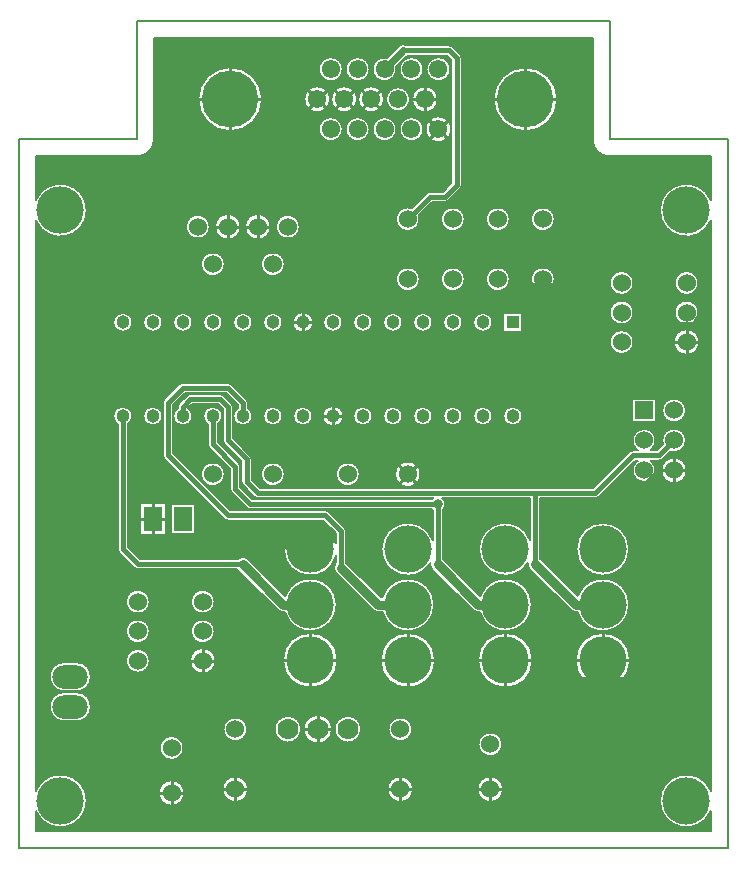
<source format=gbr>
G04 EasyPC Gerber Version 21.0.3 Build 4286 *
G04 #@! TF.Part,Single*
G04 #@! TF.FileFunction,Copper,L4,Bot *
G04 #@! TF.FilePolarity,Positive *
%FSLAX35Y35*%
%MOIN*%
G04 #@! TA.AperFunction,ComponentPad*
%ADD90R,0.06000X0.08000*%
%ADD88R,0.04461X0.04461*%
%ADD110R,0.06000X0.06000*%
G04 #@! TD.AperFunction*
%ADD10C,0.00500*%
%ADD24C,0.00800*%
%ADD11C,0.01000*%
%ADD26C,0.01500*%
%ADD96C,0.02362*%
%ADD111C,0.03100*%
%ADD95C,0.03150*%
G04 #@! TA.AperFunction,ViaPad*
%ADD23C,0.03200*%
G04 #@! TA.AperFunction,ComponentPad*
%ADD89C,0.04461*%
%ADD14C,0.06000*%
%ADD86C,0.06102*%
%ADD92C,0.07000*%
G04 #@! TA.AperFunction,WasherPad*
%ADD85C,0.15748*%
G04 #@! TA.AperFunction,ComponentPad*
%ADD87C,0.18898*%
%ADD91O,0.11811X0.07874*%
X0Y0D02*
D02*
D10*
X230970Y230970D02*
X197250D01*
G75*
G02X191600Y236620J5650*
G01*
Y270341*
X45420*
Y236620*
G75*
G02X39770Y230970I-5650*
G01*
X6050*
Y216430*
G75*
G02X23004Y212998I8130J-3431*
G01*
G75*
G02X6050Y209567I-8824*
G01*
Y19580*
G75*
G02X23004Y16148I8130J-3431*
G01*
G75*
G02X6050Y12717I-8824*
G01*
Y6050*
X230970*
Y12717*
G75*
G02X214017Y16148I-8130J3431*
G01*
G75*
G02X230970Y19580I8824*
G01*
Y209567*
G75*
G02X214017Y212998I-8130J3431*
G01*
G75*
G02X230970Y216430I8824*
G01*
Y230970*
X197306Y169071D02*
G75*
G02X205206I3950D01*
G01*
G75*
G02X197306I-3950*
G01*
X204806Y150207D02*
X212707D01*
Y142306*
X204806*
Y150207*
X214806Y136256D02*
G75*
G02X222706I3950D01*
G01*
G75*
G02X217437Y132533I-3950*
G01*
X214958Y130054*
G75*
G02X213754Y129556I-1202J1202*
G01*
X210927*
G75*
G02X208756Y122306I-2171J-3300*
G01*
G75*
G02X206585Y129556J3950*
G01*
X205711*
X193708Y117554*
G75*
G02X192504Y117056I-1202J1202*
G01*
X174206*
Y96839*
G75*
G02X174274Y96774I-1703J-1832*
G01*
X186666Y84383*
G75*
G02X203830Y81502I8341J-2880*
G01*
G75*
G02X186544Y79002I-8824J0*
G01*
X186013*
G75*
G02X184243Y79735I-2J2500*
G01*
X170739Y93239*
G75*
G02X170039Y95411I1768J1768*
G01*
G75*
G02X153682Y100006I-7533J4595*
G01*
G75*
G02X170806Y103002I8824*
G01*
Y117056*
X141523*
G75*
G02X141706Y113106I-1517J-2050*
G01*
Y96873*
G75*
G02X141792Y96792I-1693J-1869*
G01*
X154175Y84409*
G75*
G02X171330Y81502I8331J-2906*
G01*
G75*
G02X154051Y78978I-8824*
G01*
X153514*
G75*
G02X151725Y79717I-4J2525*
G01*
X138221Y93221*
G75*
G02X137506Y95357I1785J1785*
G01*
G75*
G02X121182Y100006I-7500J4650*
G01*
G75*
G02X138306Y103002I8824*
G01*
Y113106*
G75*
G02X138106Y113306I1701J1902*
G01*
X77509*
G75*
G02X76304Y113804I-2J1700*
G01*
X71304Y118804*
G75*
G02X70806Y120006I1202J1202*
G01*
Y126802*
X63804Y133804*
G75*
G02X63306Y135006I1202J1202*
G01*
Y141693*
G75*
G02X61826Y144380I1700J2688*
G01*
G75*
G02X68187I3180*
G01*
G75*
G02X66706Y141693I-3180*
G01*
Y135711*
X73708Y128708*
G75*
G02X74206Y127506I-1202J-1202*
G01*
Y120711*
X78211Y116706*
X138106*
G75*
G02X138490Y117056I1901J-1701*
G01*
X80009*
G75*
G02X78804Y117554I-2J1700*
G01*
X75054Y121304*
G75*
G02X74556Y122506I1202J1202*
G01*
Y129302*
X68804Y135054*
G75*
G02X68306Y136256I1202J1202*
G01*
Y146802*
X66802Y148306*
X58211*
X56865Y146961*
G75*
G02X58187Y144380I-1859J-2581*
G01*
G75*
G02X51826I-3180*
G01*
G75*
G02X53306Y147068I3180*
G01*
Y147506*
G75*
G02X53804Y148708I1700J0*
G01*
X56304Y151208*
G75*
G02X57509Y151706I1202J-1202*
G01*
X67504*
G75*
G02X68708Y151208I2J-1700*
G01*
X71208Y148708*
G75*
G02X71706Y147506I-1202J-1202*
G01*
Y136961*
X77458Y131208*
G75*
G02X77956Y130006I-1202J-1202*
G01*
Y123211*
X80711Y120456*
X191802*
X203804Y132458*
G75*
G02X205009Y132956I1202J-1202*
G01*
X206585*
G75*
G02X208756Y140206I2171J3300*
G01*
G75*
G02X210927Y132956J-3950*
G01*
X213052*
X215033Y134937*
G75*
G02X214806Y136256I3723J1319*
G01*
X214506Y126256D02*
G75*
G02X223006I4250D01*
G01*
G75*
G02X214506I-4250*
G01*
X186182Y100006D02*
G75*
G02X203830I8824D01*
G01*
G75*
G02X186182I-8824*
G01*
X185882Y62998D02*
G75*
G02X204130I9124D01*
G01*
G75*
G02X185882I-9124*
G01*
X153256Y20006D02*
G75*
G02X161756I4250D01*
G01*
G75*
G02X153256I-4250*
G01*
X153382Y62998D02*
G75*
G02X171630I9124D01*
G01*
G75*
G02X153382I-9124*
G01*
X153556Y35006D02*
G75*
G02X161456I3950D01*
G01*
G75*
G02X153556I-3950*
G01*
X61056Y125006D02*
G75*
G02X68956I3950D01*
G01*
G75*
G02X61056I-3950*
G01*
X197306Y178914D02*
G75*
G02X205206I3950D01*
G01*
G75*
G02X197306I-3950*
G01*
Y188756D02*
G75*
G02X205206I3950D01*
G01*
G75*
G02X197306I-3950*
G01*
X121544Y84002D02*
G75*
G02X138830Y81502I8463J-2500D01*
G01*
G75*
G02X121544Y79002I-8824J0*
G01*
X120009*
G75*
G02X118239Y79735I-2J2500*
G01*
X105985Y91989*
G75*
G02X106052Y95589I1768J1768*
G01*
Y97809*
G75*
G02X88682Y100006I-8546J2197*
G01*
G75*
G02X106052Y102204I8824*
G01*
Y105306*
X101802Y109556*
X70009*
G75*
G02X68804Y110054I-2J1700*
G01*
X48804Y130054*
G75*
G02X48306Y131256I1202J1202*
G01*
Y148756*
G75*
G02X48804Y149958I1700J0*
G01*
X53804Y154958*
G75*
G02X55009Y155456I1202J-1202*
G01*
X70004*
G75*
G02X71208Y154958I2J-1700*
G01*
X76208Y149958*
G75*
G02X76706Y148756I-1202J-1202*
G01*
Y147068*
G75*
G02X78187Y144380I-1700J-2688*
G01*
G75*
G02X71826I-3180*
G01*
G75*
G02X73306Y147068I3180*
G01*
Y148052*
X69302Y152056*
X55711*
X51706Y148052*
Y131961*
X70711Y112956*
X102504*
G75*
G02X103708Y112458I2J-1700*
G01*
X108954Y107212*
G75*
G02X109452Y106010I-1202J-1202*
G01*
Y95589*
G75*
G02X109520Y95524I-1703J-1832*
G01*
X121042Y84002*
X121544*
X120882Y62998D02*
G75*
G02X139130I9124D01*
G01*
G75*
G02X120882I-9124*
G01*
X123256Y20006D02*
G75*
G02X131756I4250D01*
G01*
G75*
G02X123256I-4250*
G01*
X123556Y40006D02*
G75*
G02X131456I3950D01*
G01*
G75*
G02X123556I-3950*
G01*
X51057Y114955D02*
X58955D01*
Y105057*
X51057*
Y114955*
X51826Y175632D02*
G75*
G02X58187I3180D01*
G01*
G75*
G02X51826I-3180*
G01*
X56056Y207506D02*
G75*
G02X63956I3950D01*
G01*
G75*
G02X56056I-3950*
G01*
X61056Y195006D02*
G75*
G02X68956I3950D01*
G01*
G75*
G02X61056I-3950*
G01*
X61826Y175632D02*
G75*
G02X68187I3180D01*
G01*
G75*
G02X61826I-3180*
G01*
X70794Y260705D02*
G75*
G02X81493Y250006J-10699D01*
G01*
G75*
G02X70794Y239307I-10699*
G01*
G75*
G02X60095Y250006J10699*
G01*
G75*
G02X70794Y260705I10699*
G01*
X75756Y207506D02*
G75*
G02X84256I4250D01*
G01*
G75*
G02X75756I-4250*
G01*
X81056Y125006D02*
G75*
G02X88956I3950D01*
G01*
G75*
G02X81056I-3950*
G01*
Y195006D02*
G75*
G02X88956I3950D01*
G01*
G75*
G02X81056I-3950*
G01*
X81826Y144380D02*
G75*
G02X88187I3180D01*
G01*
G75*
G02X81826I-3180*
G01*
Y175632D02*
G75*
G02X88187I3180D01*
G01*
G75*
G02X81826I-3180*
G01*
X65756Y207506D02*
G75*
G02X74256I4250D01*
G01*
G75*
G02X65756I-4250*
G01*
X71826Y175632D02*
G75*
G02X78187I3180D01*
G01*
G75*
G02X71826I-3180*
G01*
X86056Y207506D02*
G75*
G02X93956I3950D01*
G01*
G75*
G02X86056I-3950*
G01*
X91526Y175632D02*
G75*
G02X98487I3480D01*
G01*
G75*
G02X91526I-3480*
G01*
X91826Y144380D02*
G75*
G02X98187I3180D01*
G01*
G75*
G02X91826I-3180*
G01*
X95508Y250006D02*
G75*
G02X104111I4301D01*
G01*
G75*
G02X95508I-4301*
G01*
X104298Y244007D02*
G75*
G02X108299Y240006J-4001D01*
G01*
G75*
G02X104298Y236005I-4001*
G01*
G75*
G02X100296Y240006J4001*
G01*
G75*
G02X104298Y244007I4001*
G01*
X101526Y144380D02*
G75*
G02X108487I3480D01*
G01*
G75*
G02X101526I-3480*
G01*
X106056Y125006D02*
G75*
G02X113956I3950D01*
G01*
G75*
G02X106056I-3950*
G01*
X101826Y175632D02*
G75*
G02X108187I3180D01*
G01*
G75*
G02X101826I-3180*
G01*
X104298Y264007D02*
G75*
G02Y256005J-4001D01*
G01*
G75*
G02X100296Y260006J4001*
G01*
G75*
G02X104298Y264007I4001*
G01*
X104485Y250006D02*
G75*
G02X113087I4301D01*
G01*
G75*
G02X104485I-4301*
G01*
X113274Y244007D02*
G75*
G02X117275Y240006J-4001D01*
G01*
G75*
G02X113274Y236005I-4001*
G01*
G75*
G02X109273Y240006J4001*
G01*
G75*
G02X113274Y244007I4001*
G01*
X111826Y144380D02*
G75*
G02X118187I3180D01*
G01*
G75*
G02X111826I-3180*
G01*
Y175632D02*
G75*
G02X118187I3180D01*
G01*
G75*
G02X111826I-3180*
G01*
X113274Y264007D02*
G75*
G02Y256005J-4001D01*
G01*
G75*
G02X109273Y260006J4001*
G01*
G75*
G02X113274Y264007I4001*
G01*
X113461Y250006D02*
G75*
G02X122063I4301D01*
G01*
G75*
G02X113461I-4301*
G01*
X122250Y244007D02*
G75*
G02X126252Y240006J-4001D01*
G01*
G75*
G02X122250Y236005I-4001*
G01*
G75*
G02X118249Y240006J4001*
G01*
G75*
G02X122250Y244007I4001*
G01*
X126056Y190006D02*
G75*
G02X133956I3950D01*
G01*
G75*
G02X126056I-3950*
G01*
X131826Y144380D02*
G75*
G02X138187I3180D01*
G01*
G75*
G02X131826I-3180*
G01*
Y175632D02*
G75*
G02X138187I3180D01*
G01*
G75*
G02X131826I-3180*
G01*
X147458Y264958D02*
G75*
G02X147956Y263756I-1202J-1202D01*
G01*
Y221256*
G75*
G02X147458Y220054I-1700J0*
G01*
X143708Y216304*
G75*
G02X142504Y215806I-1202J1202*
G01*
X138211*
X133730Y211325*
G75*
G02X130006Y206056I-3723J-1319*
G01*
G75*
G02Y213956J3950*
G01*
G75*
G02X131325Y213730J-3950*
G01*
X136304Y218708*
G75*
G02X137509Y219206I1202J-1202*
G01*
X141802*
X144556Y221961*
Y263052*
X143052Y264556*
X129814*
X126152Y260894*
G75*
G02X122250Y256005I-3902J-888*
G01*
G75*
G02X118249Y260006J4001*
G01*
G75*
G02X123138Y263908I4002J-1*
G01*
X126993Y267763*
G75*
G02X129785Y267956I1507J-1507*
G01*
X143754*
G75*
G02X144958Y267458I2J-1700*
G01*
X147458Y264958*
X140203Y264007D02*
G75*
G02Y256005J-4001D01*
G01*
G75*
G02X136202Y260006J4001*
G01*
G75*
G02X140203Y264007I4001*
G01*
X131227D02*
G75*
G02Y256005J-4001D01*
G01*
G75*
G02X127226Y260006J4001*
G01*
G75*
G02X131227Y264007I4001*
G01*
X131414Y250006D02*
G75*
G02X140016I4301D01*
G01*
G75*
G02X131414I-4301*
G01*
X135902Y240006D02*
G75*
G02X144504I4301D01*
G01*
G75*
G02X135902I-4301*
G01*
X126739Y254007D02*
G75*
G02X130740Y250006J-4001D01*
G01*
G75*
G02X126739Y246005I-4001*
G01*
G75*
G02X122737Y250006J4001*
G01*
G75*
G02X126739Y254007I4001*
G01*
X131227Y244007D02*
G75*
G02X135228Y240006J-4001D01*
G01*
G75*
G02X131227Y236005I-4001*
G01*
G75*
G02X127226Y240006J4001*
G01*
G75*
G02X131227Y244007I4001*
G01*
X141056Y190006D02*
G75*
G02X148956I3950D01*
G01*
G75*
G02X141056I-3950*
G01*
X141826Y144380D02*
G75*
G02X148187I3180D01*
G01*
G75*
G02X141826I-3180*
G01*
Y175632D02*
G75*
G02X148187I3180D01*
G01*
G75*
G02X141826I-3180*
G01*
X141056Y210006D02*
G75*
G02X148956I3950D01*
G01*
G75*
G02X141056I-3950*
G01*
X121826Y144380D02*
G75*
G02X128187I3180D01*
G01*
G75*
G02X121826I-3180*
G01*
X125756Y125006D02*
G75*
G02X134256I4250D01*
G01*
G75*
G02X125756I-4250*
G01*
X121826Y175632D02*
G75*
G02X128187I3180D01*
G01*
G75*
G02X121826I-3180*
G01*
X151826Y144380D02*
G75*
G02X158187I3180D01*
G01*
G75*
G02X151826I-3180*
G01*
Y175632D02*
G75*
G02X158187I3180D01*
G01*
G75*
G02X151826I-3180*
G01*
X156056Y190006D02*
G75*
G02X163956I3950D01*
G01*
G75*
G02X156056I-3950*
G01*
X161825Y178813D02*
X168187D01*
Y172451*
X161825*
Y178813*
X161826Y144380D02*
G75*
G02X168187I3180D01*
G01*
G75*
G02X161826I-3180*
G01*
X156056Y210006D02*
G75*
G02X163956I3950D01*
G01*
G75*
G02X156056I-3950*
G01*
X169219Y260705D02*
G75*
G02X179918Y250006J-10699D01*
G01*
G75*
G02X169219Y239307I-10699*
G01*
G75*
G02X158520Y250006J10699*
G01*
G75*
G02X169219Y260705I10699*
G01*
X171056Y190006D02*
G75*
G02X178956I3950D01*
G01*
G75*
G02X171056I-3950*
G01*
Y210006D02*
G75*
G02X178956I3950D01*
G01*
G75*
G02X171056I-3950*
G01*
X40756Y115256D02*
X49256D01*
Y104756*
X40756*
Y115256*
X41826Y144380D02*
G75*
G02X48187I3180D01*
G01*
G75*
G02X41826I-3180*
G01*
Y175632D02*
G75*
G02X48187I3180D01*
G01*
G75*
G02X41826I-3180*
G01*
X89175Y84409D02*
G75*
G02X106330Y81502I8331J-2906D01*
G01*
G75*
G02X89051Y78978I-8824*
G01*
X88514*
G75*
G02X86725Y79717I-4J2525*
G01*
X73221Y93221*
G75*
G02X73140Y93306I1788J1779*
G01*
X40009*
G75*
G02X38804Y93804I-2J1700*
G01*
X33804Y98804*
G75*
G02X33306Y100006I1202J1202*
G01*
Y141693*
G75*
G02X31826Y144380I1700J2688*
G01*
G75*
G02X38187I3180*
G01*
G75*
G02X36706Y141693I-3180*
G01*
Y100711*
X40711Y96706*
X73140*
G75*
G02X76792Y96792I1867J-1700*
G01*
X89175Y84409*
X88382Y62998D02*
G75*
G02X106630I9124D01*
G01*
G75*
G02X88382I-9124*
G01*
X110006Y44456D02*
G75*
G02X114456Y40006J-4450D01*
G01*
G75*
G02X110006Y35556I-4450*
G01*
G75*
G02X105556Y40006J4450*
G01*
G75*
G02X110006Y44456I4450*
G01*
X95256Y40006D02*
G75*
G02X104756I4750D01*
G01*
G75*
G02X95256I-4750*
G01*
X90006Y44456D02*
G75*
G02X94456Y40006J-4450D01*
G01*
G75*
G02X90006Y35556I-4450*
G01*
G75*
G02X85556Y40006J4450*
G01*
G75*
G02X90006Y44456I4450*
G01*
X47006Y18756D02*
G75*
G02X55506I4250D01*
G01*
G75*
G02X47006I-4250*
G01*
X47306Y33756D02*
G75*
G02X55206I3950D01*
G01*
G75*
G02X47306I-3950*
G01*
X57410Y62821D02*
G75*
G02X65910I4250D01*
G01*
G75*
G02X57410I-4250*
G01*
X57710Y72664D02*
G75*
G02X65610I3950D01*
G01*
G75*
G02X57710I-3950*
G01*
Y82506D02*
G75*
G02X65610I3950D01*
G01*
G75*
G02X57710I-3950*
G01*
X68256Y20006D02*
G75*
G02X76756I4250D01*
G01*
G75*
G02X68256I-4250*
G01*
X68556Y40006D02*
G75*
G02X76456I3950D01*
G01*
G75*
G02X68556I-3950*
G01*
X36056Y62821D02*
G75*
G02X43956I3950D01*
G01*
G75*
G02X36056I-3950*
G01*
Y72664D02*
G75*
G02X43956I3950D01*
G01*
G75*
G02X36056I-3950*
G01*
Y82506D02*
G75*
G02X43956I3950D01*
G01*
G75*
G02X36056I-3950*
G01*
X31826Y175632D02*
G75*
G02X38187I3180D01*
G01*
G75*
G02X31826I-3180*
G01*
X19475Y52392D02*
G75*
G02Y42620J-4886D01*
G01*
X15538*
G75*
G02Y52392J4886*
G01*
X19475*
Y62392D02*
G75*
G02Y52620J-4886D01*
G01*
X15538*
G75*
G02Y62392J4886*
G01*
X19475*
X214806Y146256D02*
G75*
G02X222706I3950D01*
G01*
G75*
G02X214806I-3950*
G01*
X218660Y169071D02*
G75*
G02X227160I4250D01*
G01*
G75*
G02X218660I-4250*
G01*
X218960Y178914D02*
G75*
G02X226860I3950D01*
G01*
G75*
G02X218960I-3950*
G01*
Y188756D02*
G75*
G02X226860I3950D01*
G01*
G75*
G02X218960I-3950*
G01*
X214905Y20006D02*
G36*
X161756D01*
G75*
G02X153256I-4250*
G01*
X131756*
G75*
G02X123256I-4250*
G01*
X76756*
G75*
G02X68256I-4250*
G01*
X55319*
G75*
G02X55506Y18756I-4062J-1249*
G01*
G75*
G02X47006I-4250*
G01*
G75*
G02X47194Y20006I4250J1*
G01*
X22115*
G75*
G02X23004Y16148I-7936J-3858*
G01*
G75*
G02X6300Y12176I-8824*
G01*
Y6300*
X230720*
Y12176*
G75*
G02X214017Y16148I-7880J3972*
G01*
G75*
G02X214905Y20006I8824*
G01*
G37*
X230720Y20120D02*
G36*
Y35006D01*
X161456*
G75*
G02X153556I-3950*
G01*
X55003*
G75*
G02X55206Y33756I-3747J-1250*
G01*
G75*
G02X47306I-3950*
G01*
G75*
G02X47509Y35006I3950J0*
G01*
X6300*
Y20120*
G75*
G02X22115Y20006I7880J-3972*
G01*
X47194*
G75*
G02X55319I4062J-1250*
G01*
X68256*
G75*
G02X76756I4250*
G01*
X123256*
G75*
G02X131756I4250*
G01*
X153256*
G75*
G02X161756I4250*
G01*
X214905*
G75*
G02X230720Y20120I7936J-3858*
G01*
G37*
X6300Y40006D02*
G36*
Y35006D01*
X47509*
G75*
G02X55003I3747J-1250*
G01*
X153556*
G75*
G02X161456I3950*
G01*
X230720*
Y40006*
X131456*
G75*
G02X123556I-3950*
G01*
X114456*
G75*
G02X110006Y35556I-4450*
G01*
G75*
G02X105556Y40006J4450*
G01*
X104756*
G75*
G02X95256I-4750*
G01*
X94456*
G75*
G02X90006Y35556I-4450*
G01*
G75*
G02X85556Y40006J4450*
G01*
X76456*
G75*
G02X68556I-3950*
G01*
X6300*
G37*
Y47506D02*
G36*
Y40006D01*
X68556*
G75*
G02X76456I3950*
G01*
X85556*
G75*
G02X90006Y44456I4450*
G01*
G75*
G02X94456Y40006J-4450*
G01*
X95256*
G75*
G02X104756I4750*
G01*
X105556*
G75*
G02X110006Y44456I4450*
G01*
G75*
G02X114456Y40006J-4450*
G01*
X123556*
G75*
G02X131456I3950*
G01*
X230720*
Y47506*
X24361*
G75*
G02X19475Y42620I-4886*
G01*
X15538*
G75*
G02X10652Y47506J4886*
G01*
X6300*
G37*
X202292Y57506D02*
G36*
G75*
G02X187720I-7286J5492D01*
G01*
X169792*
G75*
G02X155220I-7286J5492*
G01*
X137292*
G75*
G02X122720I-7286J5492*
G01*
X104792*
G75*
G02X90220I-7286J5492*
G01*
X24361*
G75*
G02X19475Y52620I-4886*
G01*
X15538*
G75*
G02X10652Y57506J4886*
G01*
X6300*
Y47506*
X10652*
G75*
G02X15538Y52392I4886*
G01*
X19475*
G75*
G02X24361Y47506J-4886*
G01*
X230720*
Y57506*
X202292*
G37*
X88382Y62998D02*
G36*
X65906D01*
G75*
G02X65910Y62821I-4246J-174*
G01*
G75*
G02X57410I-4250*
G01*
G75*
G02X57413Y62998I4250J4*
G01*
X43952*
G75*
G02X43956Y62821I-3947J-176*
G01*
G75*
G02X36056I-3950*
G01*
G75*
G02X36060Y62998I3951J1*
G01*
X6300*
Y57506*
X10652*
G75*
G02X15538Y62392I4886*
G01*
X19475*
G75*
G02X24361Y57506J-4886*
G01*
X90220*
G75*
G02X88382Y62998I7286J5492*
G01*
G37*
X120882D02*
G36*
X106630D01*
G75*
G02X104792Y57506I-9124*
G01*
X122720*
G75*
G02X120882Y62998I7286J5492*
G01*
G37*
X153382D02*
G36*
X139130D01*
G75*
G02X137292Y57506I-9124*
G01*
X155220*
G75*
G02X153382Y62998I7286J5492*
G01*
G37*
X185882D02*
G36*
X171630D01*
G75*
G02X169792Y57506I-9124*
G01*
X187720*
G75*
G02X185882Y62998I7286J5492*
G01*
G37*
X204130D02*
G36*
G75*
G02X202292Y57506I-9124D01*
G01*
X230720*
Y62998*
X204130*
G37*
X6300Y72664D02*
G36*
Y62998D01*
X36060*
G75*
G02X43952I3946J-177*
G01*
X57413*
G75*
G02X65906I4246J-177*
G01*
X88382*
G75*
G02X106630I9124*
G01*
X120882*
G75*
G02X139130I9124*
G01*
X153382*
G75*
G02X171630I9124*
G01*
X185882*
G75*
G02X204130I9124*
G01*
X230720*
Y72664*
X65610*
G75*
G02X57710I-3950*
G01*
X43956*
G75*
G02X36056I-3950*
G01*
X6300*
G37*
X203773Y82506D02*
G36*
G75*
G02X203830Y81502I-8768J-1006D01*
G01*
G75*
G02X186544Y79002I-8824J0*
G01*
X186013*
G75*
G02X184243Y79735I-3J2499*
G01*
X181471Y82506*
X171273*
G75*
G02X171330Y81502I-8768J-1006*
G01*
G75*
G02X154051Y78978I-8824J0*
G01*
X153514*
G75*
G02X151725Y79717I-4J2524*
G01*
X148935Y82506*
X138773*
G75*
G02X138830Y81502I-8768J-1006*
G01*
G75*
G02X121544Y79002I-8824J0*
G01*
X120009*
G75*
G02X118239Y79735I-3J2499*
G01*
X115467Y82506*
X106273*
G75*
G02X106330Y81502I-8768J-1006*
G01*
G75*
G02X89051Y78978I-8824J0*
G01*
X88514*
G75*
G02X86725Y79717I-4J2524*
G01*
X83935Y82506*
X65610*
G75*
G02X57710I-3950*
G01*
X43956*
G75*
G02X36056I-3950*
G01*
X6300*
Y72664*
X36056*
G75*
G02X43956I3950*
G01*
X57710*
G75*
G02X65610I3950*
G01*
X230720*
Y82506*
X203773*
G37*
X83935D02*
G36*
X73221Y93221D01*
G75*
G02X73140Y93306I1777J1768*
G01*
X40009*
G75*
G02X38804Y93804I-2J1700*
G01*
X33804Y98804*
G75*
G02X33306Y100006I1203J1203*
G01*
X6300*
Y82506*
X36056*
G75*
G02X43956I3950*
G01*
X57710*
G75*
G02X65610I3950*
G01*
X83935*
G37*
X115467D02*
G36*
X105985Y91989D01*
G75*
G02X105252Y93756I1767J1768*
G01*
G75*
G02X106052Y95589I2500*
G01*
Y97809*
G75*
G02X88682Y100006I-8546J2197*
G01*
X37411*
X40711Y96706*
X73140*
G75*
G02X76792Y96792I1867J-1700*
G01*
X89175Y84409*
G75*
G02X106273Y82506I8331J-2906*
G01*
X115467*
G37*
X148935D02*
G36*
X138221Y93221D01*
G75*
G02X137481Y95006I1784J1785*
G01*
G75*
G02X137506Y95357I2524J1*
G01*
G75*
G02X121182Y100006I-7500J4649*
G01*
Y100006*
X109452*
Y95589*
G75*
G02X109520Y95524I-1347J-1463*
G01*
X121042Y84002*
X121544*
G75*
G02X138773Y82506I8463J-2500*
G01*
X148935*
G37*
X181471D02*
G36*
X170739Y93239D01*
G75*
G02X170006Y95007I1769J1768*
G01*
G75*
G02X170039Y95411I2500J-1*
G01*
G75*
G02X153682Y100006I-7533J4595*
G01*
X141706*
Y96873*
G75*
G02X141792Y96792I-1683J-1858*
G01*
X154175Y84409*
G75*
G02X171273Y82506I8331J-2906*
G01*
X181471*
G37*
X203773D02*
G36*
X230720D01*
Y100006*
X203830*
G75*
G02X186182I-8824*
G01*
X174206*
Y96839*
G75*
G02X174274Y96774I-1347J-1463*
G01*
X186666Y84383*
G75*
G02X203773Y82506I8341J-2880*
G01*
G37*
X33306Y100006D02*
G36*
Y110006D01*
X6300*
Y100006*
X33306*
G37*
X88682D02*
G36*
G75*
G02X106052Y102204I8824D01*
G01*
Y105306*
X101802Y109556*
X70009*
G75*
G02X68854Y110006I-2J1700*
G01*
X58955*
Y105057*
X51057*
Y110006*
X49256*
Y104756*
X40756*
Y110006*
X36706*
Y100711*
X37411Y100006*
X88682*
G37*
X138306Y110006D02*
G36*
X106160D01*
X108954Y107212*
G75*
G02X109452Y106010I-1203J-1203*
G01*
Y100006*
X121182*
G75*
G02X138306Y103002I8824*
G01*
Y110006*
G37*
X170806D02*
G36*
X141706D01*
Y100006*
X153682*
G75*
G02X170806Y103002I8824*
G01*
Y110006*
G37*
X174206D02*
G36*
Y100006D01*
X186182*
G75*
G02X203830I8824*
G01*
X230720*
Y110006*
X174206*
G37*
X33306Y126256D02*
G36*
X6300D01*
Y110006*
X33306*
Y126256*
G37*
X68854Y110006D02*
G36*
G75*
G02X68804Y110054I1152J1250D01*
G01*
X52602Y126256*
X36706*
Y110006*
X40756*
Y115256*
X49256*
Y110006*
X51057*
Y114955*
X58955*
Y110006*
X68854*
G37*
X74556Y126256D02*
G36*
X74206D01*
Y120711*
X78211Y116706*
X138106*
G75*
G02X138490Y117056I1907J-1707*
G01*
X80009*
G75*
G02X78804Y117554I-2J1700*
G01*
X75054Y121304*
G75*
G02X74556Y122506I1203J1203*
G01*
Y126256*
G37*
X138306Y110006D02*
G36*
Y113106D01*
G75*
G02X138106Y113306I1727J1928*
G01*
X77509*
G75*
G02X76304Y113804I-2J1700*
G01*
X71304Y118804*
G75*
G02X70806Y120006I1203J1203*
G01*
Y126256*
X68753*
G75*
G02X68956Y125006I-3747J-1250*
G01*
G75*
G02X61056I-3950*
G01*
G75*
G02X61259Y126256I3950J0*
G01*
X57411*
X70711Y112956*
X102504*
G75*
G02X103708Y112458I2J-1700*
G01*
X106160Y110006*
X138306*
G37*
X197602Y126256D02*
G36*
X134069D01*
G75*
G02X134256Y125006I-4062J-1249*
G01*
G75*
G02X125756I-4250*
G01*
G75*
G02X125944Y126256I4250J1*
G01*
X113753*
G75*
G02X113956Y125006I-3747J-1250*
G01*
G75*
G02X106056I-3950*
G01*
G75*
G02X106259Y126256I3950J0*
G01*
X88753*
G75*
G02X88956Y125006I-3747J-1250*
G01*
G75*
G02X81056I-3950*
G01*
G75*
G02X81259Y126256I3950J0*
G01*
X77956*
Y123211*
X80711Y120456*
X191802*
X197602Y126256*
G37*
X170806Y110006D02*
G36*
Y117056D01*
X141523*
G75*
G02X142556Y115006I-1517J-2050*
G01*
G75*
G02X141706Y113106I-2550*
G01*
Y110006*
X170806*
G37*
X212706Y126256D02*
G36*
G75*
G02X208756Y122306I-3950D01*
G01*
G75*
G02X204806Y126256J3950*
G01*
X202411*
X193708Y117554*
G75*
G02X192504Y117056I-1202J1202*
G01*
X174206*
Y110006*
X230720*
Y126256*
X223006*
G75*
G02X214506I-4250*
G01*
X212706*
G37*
X32438Y146256D02*
G36*
X6300D01*
Y126256*
X33306*
Y141693*
G75*
G02X31826Y144380I1699J2687*
G01*
Y144380*
G75*
G02X32438Y146256I3180*
G01*
G37*
X52602Y126256D02*
G36*
X48804Y130054D01*
G75*
G02X48306Y131256I1203J1203*
G01*
Y146256*
X47574*
G75*
G02X48187Y144380I-2568J-1876*
G01*
G75*
G02X41826I-3180*
G01*
G75*
G02X42438Y146256I3180*
G01*
X37574*
G75*
G02X38187Y144380I-2568J-1876*
G01*
Y144380*
G75*
G02X36706Y141693I-3180*
G01*
Y126256*
X52602*
G37*
X70806D02*
G36*
Y126802D01*
X63804Y133804*
G75*
G02X63306Y135006I1203J1203*
G01*
Y141693*
G75*
G02X61826Y144380I1699J2687*
G01*
Y144380*
G75*
G02X62438Y146256I3180*
G01*
X57574*
G75*
G02X58187Y144380I-2569J-1876*
G01*
G75*
G02X51826I-3180*
G01*
Y144381*
G75*
G02X52438Y146256I3180*
G01*
X51706*
Y131961*
X57411Y126256*
X61259*
G75*
G02X68753I3747J-1250*
G01*
X70806*
G37*
X74556D02*
G36*
Y129302D01*
X68804Y135054*
G75*
G02X68306Y136256I1203J1203*
G01*
Y146256*
X67574*
G75*
G02X68187Y144380I-2568J-1876*
G01*
Y144380*
G75*
G02X66706Y141693I-3180*
G01*
Y135711*
X73708Y128708*
G75*
G02X74206Y127506I-1203J-1203*
G01*
Y126256*
X74556*
G37*
X212707Y146256D02*
G36*
Y142306D01*
X204806*
Y146256*
X167574*
G75*
G02X168187Y144380I-2568J-1876*
G01*
G75*
G02X161826I-3180*
G01*
G75*
G02X162438Y146256I3180*
G01*
X157574*
G75*
G02X158187Y144380I-2568J-1876*
G01*
G75*
G02X151826I-3180*
G01*
G75*
G02X152438Y146256I3180*
G01*
X147574*
G75*
G02X148187Y144380I-2568J-1876*
G01*
G75*
G02X141826I-3180*
G01*
G75*
G02X142438Y146256I3180*
G01*
X137574*
G75*
G02X138187Y144380I-2568J-1876*
G01*
G75*
G02X131826I-3180*
G01*
G75*
G02X132438Y146256I3180*
G01*
X127574*
G75*
G02X128187Y144380I-2568J-1876*
G01*
G75*
G02X121826I-3180*
G01*
G75*
G02X122438Y146256I3180*
G01*
X117574*
G75*
G02X118187Y144380I-2568J-1876*
G01*
G75*
G02X111826I-3180*
G01*
G75*
G02X112438Y146256I3180*
G01*
X107938*
G75*
G02X108487Y144380I-2931J-1876*
G01*
G75*
G02X101526I-3480*
G01*
G75*
G02X102075Y146256I3480*
G01*
X97574*
G75*
G02X98187Y144380I-2568J-1876*
G01*
G75*
G02X91826I-3180*
G01*
G75*
G02X92438Y146256I3180*
G01*
X87574*
G75*
G02X88187Y144380I-2568J-1876*
G01*
G75*
G02X81826I-3180*
G01*
G75*
G02X82438Y146256I3180*
G01*
X77574*
G75*
G02X78187Y144381I-2567J-1876*
G01*
Y144380*
G75*
G02X71826I-3180*
G01*
Y144381*
G75*
G02X72438Y146256I3180*
G01*
X71706*
Y136961*
X77458Y131208*
G75*
G02X77956Y130006I-1203J-1203*
G01*
Y126256*
X81259*
G75*
G02X88753I3747J-1250*
G01*
X106259*
G75*
G02X113753I3747J-1250*
G01*
X125944*
G75*
G02X134069I4062J-1250*
G01*
X197602*
X203804Y132458*
G75*
G02X205009Y132956I1202J-1202*
G01*
X206585*
G75*
G02X204806Y136256I2171J3300*
G01*
G75*
G02X208756Y140206I3950*
G01*
G75*
G02X212706Y136256J-3950*
G01*
G75*
G02X210927Y132956I-3950*
G01*
X213052*
X215033Y134937*
G75*
G02X214806Y136256I3719J1319*
G01*
Y136256*
G75*
G02X222706I3950*
G01*
Y136256*
G75*
G02X217437Y132533I-3950*
G01*
X214958Y130054*
G75*
G02X213754Y129556I-1202J1202*
G01*
X210927*
G75*
G02X212706Y126256I-2171J-3300*
G01*
X214506*
G75*
G02X223006I4250*
G01*
X230720*
Y146256*
X222706*
G75*
G02X214806I-3950*
G01*
X212707*
G37*
X204806Y126256D02*
G36*
G75*
G02X206585Y129556I3950D01*
G01*
X205711*
X202411Y126256*
X204806*
G37*
X77574Y146256D02*
G36*
X82438D01*
G75*
G02X87574I2568J-1876*
G01*
X92438*
G75*
G02X97574I2568J-1876*
G01*
X102075*
G75*
G02X107938I2931J-1876*
G01*
X112438*
G75*
G02X117574I2568J-1876*
G01*
X122438*
G75*
G02X127574I2568J-1876*
G01*
X132438*
G75*
G02X137574I2568J-1876*
G01*
X142438*
G75*
G02X147574I2568J-1876*
G01*
X152438*
G75*
G02X157574I2568J-1876*
G01*
X162438*
G75*
G02X167574I2568J-1876*
G01*
X204806*
Y150207*
X212707*
Y146256*
X214806*
G75*
G02X222706I3950*
G01*
X230720*
Y169071*
X227160*
G75*
G02X218660I-4250*
G01*
X205206*
G75*
G02X197306I-3950*
G01*
X6300*
Y146256*
X32438*
G75*
G02X37574I2568J-1876*
G01*
X42438*
G75*
G02X47574I2568J-1876*
G01*
X48306*
Y148756*
G75*
G02X48804Y149958I1701J-1*
G01*
X53804Y154958*
G75*
G02X55009Y155456I1202J-1202*
G01*
X70004*
G75*
G02X71208Y154958I2J-1700*
G01*
X76208Y149958*
G75*
G02X76706Y148756I-1203J-1203*
G01*
Y147068*
G75*
G02X77574Y146256I-1700J-2687*
G01*
G37*
X68306D02*
G36*
Y146802D01*
X66802Y148306*
X58211*
X56865Y146961*
G75*
G02X57574Y146256I-1859J-2581*
G01*
X62438*
G75*
G02X67574I2568J-1876*
G01*
X68306*
G37*
X72438D02*
G36*
G75*
G02X73306Y147068I2568J-1876D01*
G01*
Y148052*
X69302Y152056*
X55711*
X51706Y148052*
Y146256*
X52438*
G75*
G02X53306Y147068I2568J-1876*
G01*
Y147506*
G75*
G02X53804Y148708I1701J-1*
G01*
X56304Y151208*
G75*
G02X57509Y151706I1202J-1202*
G01*
X67504*
G75*
G02X68708Y151208I2J-1700*
G01*
X71208Y148708*
G75*
G02X71706Y147506I-1203J-1203*
G01*
Y146256*
X72438*
G37*
X225109Y175632D02*
G36*
G75*
G02X220711I-2199J3282D01*
G01*
X203455*
G75*
G02X199057I-2199J3282*
G01*
X168187*
Y172451*
X161825*
Y175632*
X158187*
G75*
G02X151826I-3180*
G01*
X148187*
G75*
G02X141826I-3180*
G01*
X138187*
G75*
G02X131826I-3180*
G01*
X128187*
G75*
G02X121826I-3180*
G01*
X118187*
G75*
G02X111826I-3180*
G01*
X108187*
G75*
G02X101826I-3180*
G01*
X98487*
G75*
G02X91526I-3480*
G01*
X88187*
G75*
G02X81826I-3180*
G01*
X78187*
G75*
G02X71826I-3180*
G01*
X68187*
G75*
G02X61826I-3180*
G01*
X58187*
G75*
G02X51826I-3180*
G01*
X48187*
G75*
G02X41826I-3180*
G01*
X38187*
G75*
G02X31826I-3180*
G01*
X6300*
Y169071*
X197306*
G75*
G02X205206I3950*
G01*
X218660*
G75*
G02X227160I4250*
G01*
X230720*
Y175632*
X225109*
G37*
X91526D02*
G36*
G75*
G02X93847Y178914I3480D01*
G01*
X6300*
Y175632*
X31826*
G75*
G02X38187I3180*
G01*
X41826*
G75*
G02X48187I3180*
G01*
X51826*
G75*
G02X58187I3180*
G01*
X61826*
G75*
G02X68187I3180*
G01*
X71826*
G75*
G02X78187I3180*
G01*
X81826*
G75*
G02X88187I3180*
G01*
X91526*
G37*
X197306Y178914D02*
G36*
X96166D01*
G75*
G02X98487Y175632I-1159J-3281*
G01*
X101826*
G75*
G02X108187I3180*
G01*
X111826*
G75*
G02X118187I3180*
G01*
X121826*
G75*
G02X128187I3180*
G01*
X131826*
G75*
G02X138187I3180*
G01*
X141826*
G75*
G02X148187I3180*
G01*
X151826*
G75*
G02X158187I3180*
G01*
X161825*
Y178813*
X168187*
Y175632*
X199057*
G75*
G02X197306Y178914I2199J3281*
G01*
G37*
X218960D02*
G36*
X205206D01*
G75*
G02X203455Y175632I-3950*
G01*
X220711*
G75*
G02X218960Y178914I2199J3281*
G01*
G37*
X226860D02*
G36*
G75*
G02X225109Y175632I-3950D01*
G01*
X230720*
Y178914*
X226860*
G37*
X178753Y188756D02*
G36*
G75*
G02X171259I-3747J1250D01*
G01*
X163753*
G75*
G02X156259I-3747J1250*
G01*
X148753*
G75*
G02X141259I-3747J1250*
G01*
X133753*
G75*
G02X126259I-3747J1250*
G01*
X6300*
Y178914*
X93847*
G75*
G02X96166I1159J-3281*
G01*
X197306*
G75*
G02X205206I3950*
G01*
X218960*
G75*
G02X226860I3950*
G01*
X230720*
Y188756*
X226860*
G75*
G02X218960I-3950*
G01*
X205206*
G75*
G02X197306I-3950*
G01*
X178753*
G37*
X6300Y195006D02*
G36*
Y188756D01*
X126259*
G75*
G02X126056Y190006I3747J1250*
G01*
G75*
G02X133956I3950*
G01*
G75*
G02X133753Y188756I-3950J0*
G01*
X141259*
G75*
G02X141056Y190006I3747J1250*
G01*
G75*
G02X148956I3950*
G01*
G75*
G02X148753Y188756I-3950J0*
G01*
X156259*
G75*
G02X156056Y190006I3747J1250*
G01*
G75*
G02X163956I3950*
G01*
G75*
G02X163753Y188756I-3950J0*
G01*
X171259*
G75*
G02X171056Y190006I3747J1250*
G01*
G75*
G02X178956I3950*
G01*
G75*
G02X178753Y188756I-3950J0*
G01*
X197306*
G75*
G02X205206I3950*
G01*
X218960*
G75*
G02X226860I3950*
G01*
X230720*
Y195006*
X88956*
G75*
G02X81056I-3950*
G01*
X68956*
G75*
G02X61056I-3950*
G01*
X6300*
G37*
X215934Y207506D02*
G36*
X178065D01*
G75*
G02X171948I-3058J2500*
G01*
X163065*
G75*
G02X156948I-3058J2500*
G01*
X148065*
G75*
G02X141948I-3058J2500*
G01*
X133065*
G75*
G02X130006Y206056I-3058J2500*
G01*
G75*
G02X126948Y207506J3950*
G01*
X93956*
G75*
G02X86056I-3950*
G01*
X84256*
G75*
G02X75756I-4250*
G01*
X74256*
G75*
G02X65756I-4250*
G01*
X63956*
G75*
G02X56056I-3950*
G01*
X21086*
G75*
G02X7273I-6907J5492*
G01*
X6300*
Y195006*
X61056*
G75*
G02X68956I3950*
G01*
X81056*
G75*
G02X88956I3950*
G01*
X230720*
Y207506*
X229748*
G75*
G02X215934I-6907J5492*
G01*
G37*
X7273D02*
G36*
G75*
G02X6300Y209026I6907J5492D01*
G01*
Y207506*
X7273*
G37*
X144556Y240006D02*
G36*
X144504D01*
G75*
G02X135902I-4301*
G01*
X135228*
G75*
G02X131227Y236005I-4001*
G01*
G75*
G02X127226Y240006J4001*
G01*
X126252*
G75*
G02X122250Y236005I-4001*
G01*
G75*
G02X118249Y240006J4001*
G01*
X117275*
G75*
G02X113274Y236005I-4001*
G01*
G75*
G02X109273Y240006J4001*
G01*
X108299*
G75*
G02X104298Y236005I-4001*
G01*
G75*
G02X100296Y240006J4001*
G01*
X74597*
G75*
G02X70794Y239307I-3803J9999*
G01*
G75*
G02X66990Y240006I0J10698*
G01*
X45420*
Y236620*
Y236620*
G75*
G02X39770Y230970I-5650*
G01*
X6300*
Y216970*
G75*
G02X23004Y212998I7880J-3972*
G01*
G75*
G02X21086Y207506I-8824*
G01*
X56056*
G75*
G02X63956I3950*
G01*
X65756*
G75*
G02X74256I4250*
G01*
X75756*
G75*
G02X84256I4250*
G01*
X86056*
G75*
G02X93956I3950*
G01*
X126948*
G75*
G02X126056Y210006I3058J2500*
G01*
G75*
G02X130006Y213956I3950*
G01*
G75*
G02X131325Y213730I0J-3946*
G01*
X136304Y218708*
G75*
G02X137509Y219206I1202J-1202*
G01*
X141802*
X144556Y221961*
Y240006*
G37*
X230720Y230970D02*
G36*
X197250D01*
G75*
G02X191600Y236620J5650*
G01*
Y236620*
Y240006*
X173022*
G75*
G02X169219Y239307I-3803J9999*
G01*
G75*
G02X165415Y240006I0J10698*
G01*
X147956*
Y221256*
G75*
G02X147458Y220054I-1701J1*
G01*
X143708Y216304*
G75*
G02X142504Y215806I-1202J1202*
G01*
X138211*
X133730Y211325*
G75*
G02X133956Y210006I-3724J-1319*
G01*
G75*
G02X133065Y207506I-3950*
G01*
X141948*
G75*
G02X141056Y210006I3058J2500*
G01*
G75*
G02X148956I3950*
G01*
G75*
G02X148065Y207506I-3950*
G01*
X156948*
G75*
G02X156056Y210006I3058J2500*
G01*
G75*
G02X163956I3950*
G01*
G75*
G02X163065Y207506I-3950*
G01*
X171948*
G75*
G02X171056Y210006I3058J2500*
G01*
G75*
G02X178956I3950*
G01*
G75*
G02X178065Y207506I-3950*
G01*
X215934*
G75*
G02X214017Y212998I6907J5492*
G01*
G75*
G02X230720Y216970I8824*
G01*
Y230970*
G37*
Y209026D02*
G36*
G75*
G02X229748Y207506I-7880J3972D01*
G01*
X230720*
Y209026*
G37*
X60095Y250006D02*
G36*
X45420D01*
Y240006*
X66990*
G75*
G02X60095Y250006I3803J10000*
G01*
Y250006*
G37*
X144556D02*
G36*
X140016D01*
G75*
G02X131414I-4301*
G01*
X130740*
G75*
G02X126739Y246005I-4001*
G01*
G75*
G02X122737Y250006J4001*
G01*
X122063*
G75*
G02X113461I-4301*
G01*
X113087*
G75*
G02X104485I-4301*
G01*
X104111*
G75*
G02X95508I-4301*
G01*
X81493*
Y250006*
G75*
G02X74597Y240006I-10698*
G01*
X100296*
G75*
G02X104298Y244007I4001*
G01*
G75*
G02X108299Y240006J-4001*
G01*
X109273*
G75*
G02X113274Y244007I4001*
G01*
G75*
G02X117275Y240006J-4001*
G01*
X118249*
G75*
G02X122250Y244007I4001*
G01*
G75*
G02X126252Y240006J-4001*
G01*
X127226*
G75*
G02X131227Y244007I4001*
G01*
G75*
G02X135228Y240006J-4001*
G01*
X135902*
G75*
G02X144504I4301*
G01*
X144556*
Y250006*
G37*
X158520D02*
G36*
X147956D01*
Y240006*
X165415*
G75*
G02X158520Y250006I3803J10000*
G01*
Y250006*
G37*
X191600D02*
G36*
X179918D01*
Y250006*
G75*
G02X173022Y240006I-10698*
G01*
X191600*
Y250006*
G37*
X60095D02*
G36*
Y250007D01*
G75*
G02X66990Y260006I10698*
G01*
X45420*
Y250006*
X60095*
G37*
X144556Y260006D02*
G36*
X144204D01*
G75*
G02X140203Y256005I-4001*
G01*
G75*
G02X136202Y260006J4001*
G01*
X135228*
G75*
G02X131227Y256005I-4001*
G01*
G75*
G02X127226Y260006J4001*
G01*
X126252*
G75*
G02X122250Y256005I-4001*
G01*
G75*
G02X118249Y260006J4001*
G01*
X117275*
G75*
G02X113274Y256005I-4001*
G01*
G75*
G02X109273Y260006J4001*
G01*
X108299*
G75*
G02X104298Y256005I-4001*
G01*
G75*
G02X100296Y260006J4001*
G01*
X74597*
G75*
G02X81493Y250007I-3803J-10000*
G01*
Y250006*
X95508*
G75*
G02X104111I4301*
G01*
X104485*
G75*
G02X113087I4301*
G01*
X113461*
G75*
G02X122063I4301*
G01*
X122737*
G75*
G02X126739Y254007I4001*
G01*
G75*
G02X130740Y250006J-4001*
G01*
X131414*
G75*
G02X140016I4301*
G01*
X144556*
Y260006*
G37*
X158520Y250006D02*
G36*
Y250007D01*
G75*
G02X165415Y260006I10698*
G01*
X147956*
Y250006*
X158520*
G37*
X191600Y260006D02*
G36*
X173022D01*
G75*
G02X179918Y250007I-3803J-10000*
G01*
Y250006*
X191600*
Y260006*
G37*
X144556D02*
G36*
Y263052D01*
X143052Y264556*
X129814*
X126152Y260894*
G75*
G02X126252Y260006I-3902J-887*
G01*
X127226*
G75*
G02X131227Y264007I4001*
G01*
G75*
G02X135228Y260006J-4001*
G01*
X136202*
G75*
G02X140203Y264007I4001*
G01*
G75*
G02X144204Y260006J-4001*
G01*
X144556*
G37*
X191600Y270091D02*
G36*
X45420D01*
Y260006*
X66990*
G75*
G02X70794Y260705I3803J-9999*
G01*
G75*
G02X74597Y260006I0J-10698*
G01*
X100296*
G75*
G02X104298Y264007I4001*
G01*
G75*
G02X108299Y260006J-4001*
G01*
X109273*
G75*
G02X113274Y264007I4001*
G01*
G75*
G02X117275Y260006J-4001*
G01*
X118249*
G75*
G02X123138Y263908I4002J0*
G01*
X126993Y267763*
G75*
G02X129785Y267956I1507J-1507*
G01*
X143754*
G75*
G02X144958Y267458I2J-1700*
G01*
X147458Y264958*
G75*
G02X147956Y263756I-1203J-1203*
G01*
Y260006*
X165415*
G75*
G02X169219Y260705I3803J-9999*
G01*
G75*
G02X173022Y260006I0J-10698*
G01*
X191600*
Y270091*
G37*
D02*
D11*
X42506Y110006D02*
X40506D01*
X45006Y106506D02*
Y104506D01*
Y113506D02*
Y115506D01*
X47506Y110006D02*
X49506D01*
X48756Y18756D02*
X46756D01*
X51256Y16256D02*
Y14256D01*
Y21256D02*
Y23256D01*
X53756Y18756D02*
X55756D01*
X59160Y62821D02*
X57160D01*
X61660Y60321D02*
Y58321D01*
Y65321D02*
Y67321D01*
X61845Y250006D02*
X59845D01*
X64160Y62821D02*
X66160D01*
X67506Y207506D02*
X65506D01*
X70006Y20006D02*
X68006D01*
X70006Y205006D02*
Y203006D01*
Y210006D02*
Y212006D01*
X70794Y241057D02*
Y239057D01*
Y258955D02*
Y260955D01*
X72506Y17506D02*
Y15506D01*
Y22506D02*
Y24506D01*
Y207506D02*
X74506D01*
X75006Y20006D02*
X77006D01*
X77506Y207506D02*
X75506D01*
X79743Y250006D02*
X81743D01*
X80006Y205006D02*
Y203006D01*
Y210006D02*
Y212006D01*
X82506Y207506D02*
X84506D01*
X90132Y62998D02*
X88132D01*
X93276Y175632D02*
X91276D01*
X95006Y173902D02*
Y171902D01*
Y177363D02*
Y179363D01*
X96737Y175632D02*
X98737D01*
X97006Y40006D02*
X95006D01*
X97506Y55624D02*
Y53624D01*
Y70372D02*
Y72372D01*
X98006Y248202D02*
X96591Y246788D01*
X98006Y251810D02*
X96591Y253224D01*
X100006Y37006D02*
Y35006D01*
Y43006D02*
Y45006D01*
X101613Y248202D02*
X103028Y246788D01*
X101613Y251810D02*
X103028Y253224D01*
X103006Y40006D02*
X105006D01*
X103276Y144380D02*
X101276D01*
X104880Y62998D02*
X106880D01*
X105006Y142650D02*
Y140650D01*
Y146111D02*
Y148111D01*
X106737Y144380D02*
X108737D01*
X106982Y248202D02*
X105568Y246788D01*
X106982Y251810D02*
X105568Y253224D01*
X110590Y248202D02*
X112004Y246788D01*
X110590Y251810D02*
X112004Y253224D01*
X115958Y248202D02*
X114544Y246788D01*
X115958Y251810D02*
X114544Y253224D01*
X119566Y248202D02*
X120980Y246788D01*
X119566Y251810D02*
X120980Y253224D01*
X122632Y62998D02*
X120632D01*
X125006Y20006D02*
X123006D01*
X127506Y17506D02*
Y15506D01*
Y22506D02*
Y24506D01*
X128239Y123239D02*
X126824Y121824D01*
X128239Y126774D02*
X126824Y128188D01*
X130006Y20006D02*
X132006D01*
X130006Y55624D02*
Y53624D01*
Y70372D02*
Y72372D01*
X131774Y123239D02*
X133188Y121824D01*
X131774Y126774D02*
X133188Y128188D01*
X133164Y250006D02*
X131164D01*
X135715Y247455D02*
Y245455D01*
Y252557D02*
Y254557D01*
X137380Y62998D02*
X139380D01*
X138266Y250006D02*
X140266D01*
X138399Y238202D02*
X136985Y236788D01*
X138399Y241810D02*
X136985Y243224D01*
X142007Y238202D02*
X143421Y236788D01*
X142007Y241810D02*
X143421Y243224D01*
X155006Y20006D02*
X153006D01*
X155132Y62998D02*
X153132D01*
X157506Y17506D02*
Y15506D01*
Y22506D02*
Y24506D01*
X160006Y20006D02*
X162006D01*
X160270Y250006D02*
X158270D01*
X162506Y55624D02*
Y53624D01*
Y70372D02*
Y72372D01*
X169219Y241057D02*
Y239057D01*
Y258955D02*
Y260955D01*
X169880Y62998D02*
X171880D01*
X178168Y250006D02*
X180168D01*
X187632Y62998D02*
X185632D01*
X195006Y55624D02*
Y53624D01*
Y70372D02*
Y72372D01*
X202380Y62998D02*
X204380D01*
X216256Y126256D02*
X214256D01*
X218756Y123756D02*
Y121756D01*
Y128756D02*
Y130756D01*
X220410Y169071D02*
X218410D01*
X221256Y126256D02*
X223256D01*
X222910Y166571D02*
Y164571D01*
Y171571D02*
Y173571D01*
X225410Y169071D02*
X227410D01*
D02*
D14*
X40006Y62821D03*
Y72664D03*
Y82506D03*
X51256Y18756D03*
Y33756D03*
X60006Y207506D03*
X61660Y62821D03*
Y72664D03*
Y82506D03*
X65006Y125006D03*
Y195006D03*
X70006Y207506D03*
X72506Y20006D03*
Y40006D03*
X80006Y207506D03*
X85006Y125006D03*
Y195006D03*
X90006Y207506D03*
X110006Y125006D03*
X127506Y20006D03*
Y40006D03*
X130006Y125006D03*
Y190006D03*
Y210006D03*
X145006Y190006D03*
Y210006D03*
X157506Y20006D03*
Y35006D03*
X160006Y190006D03*
Y210006D03*
X175006Y190006D03*
Y210006D03*
X201256Y169071D03*
Y178914D03*
Y188756D03*
X208756Y126256D03*
Y136256D03*
X218756Y126256D03*
Y136256D03*
Y146256D03*
X222910Y169071D03*
Y178914D03*
Y188756D03*
D02*
D23*
X140006Y115006D03*
D02*
D24*
X400Y400D02*
X236620D01*
Y236620*
X197250*
Y275991*
X39770*
Y236620*
X400*
Y400*
D02*
D26*
X55006Y144380D02*
Y147506D01*
X57506Y150006*
X67506*
X70006Y147506*
Y136256*
X76256Y130006*
Y122506*
X80006Y118756*
X172506*
X75006Y95006D02*
X40006D01*
X35006Y100006*
Y144380*
X107752Y93756D02*
Y106010D01*
X102506Y111256*
X70006*
X50006Y131256*
Y148756*
X55006Y153756*
X70006*
X75006Y148756*
Y144380*
X128500Y266256D02*
X143756D01*
X146256Y263756*
Y221256*
X142506Y217506*
X137506*
X130006Y210006*
X140006Y95006D02*
Y115006D01*
X77506*
X72506Y120006*
Y127506*
X65006Y135006*
Y144380*
X172506Y95006D02*
Y118756D01*
X218756Y136256D02*
X213756Y131256D01*
X205006*
X192506Y118756*
X172506*
D02*
D85*
X14180Y16148D03*
Y212998D03*
X97506Y62998D03*
Y81502D03*
Y100006D03*
X130006Y62998D03*
Y81502D03*
Y100006D03*
X162506Y62998D03*
Y81502D03*
Y100006D03*
X195006Y62998D03*
Y81502D03*
Y100006D03*
X222841Y16148D03*
Y212998D03*
D02*
D86*
X99809Y250006D03*
X104298Y240006D03*
Y260006D03*
X108786Y250006D03*
X113274Y240006D03*
Y260006D03*
X117762Y250006D03*
X122250Y240006D03*
Y260006D03*
X126739Y250006D03*
X131227Y240006D03*
Y260006D03*
X135715Y250006D03*
X140203Y240006D03*
Y260006D03*
D02*
D87*
X70794Y250006D03*
X169219D03*
D02*
D88*
X165006Y175632D03*
D02*
D89*
X35006Y144380D03*
Y175632D03*
X45006Y144380D03*
Y175632D03*
X55006Y144380D03*
Y175632D03*
X65006Y144380D03*
Y175632D03*
X75006Y144380D03*
Y175632D03*
X85006Y144380D03*
Y175632D03*
X95006Y144380D03*
Y175632D03*
X105006Y144380D03*
Y175632D03*
X115006Y144380D03*
Y175632D03*
X125006Y144380D03*
Y175632D03*
X135006Y144380D03*
Y175632D03*
X145006Y144380D03*
Y175632D03*
X155006Y144380D03*
Y175632D03*
X165006Y144380D03*
D02*
D90*
X45006Y110006D03*
X55006D03*
D02*
D91*
X17506Y47506D03*
Y57506D03*
D02*
D92*
X90006Y40006D03*
X100006D03*
X110006D03*
D02*
D95*
X97506Y81502D02*
X88510D01*
X75006Y95006*
X162506Y81502D02*
X153510D01*
X140006Y95006*
D02*
D96*
X122250Y260006D02*
X128500Y266256D01*
D02*
D110*
X208756Y146256D03*
D02*
D111*
X130006Y81502D02*
X120006D01*
X107752Y93756*
X195006Y81502D02*
X186010D01*
X172506Y95006*
X0Y0D02*
M02*

</source>
